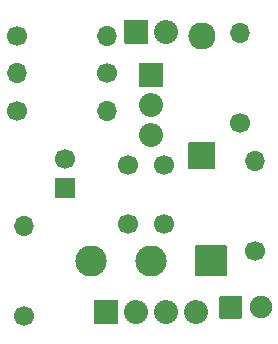
<source format=gts>
G04 #@! TF.GenerationSoftware,KiCad,Pcbnew,(5.99.0-1165-gc29c3d9cc)*
G04 #@! TF.CreationDate,2020-03-29T18:02:48+03:00*
G04 #@! TF.ProjectId,salero-1,73616c65-726f-42d3-912e-6b696361645f,rev?*
G04 #@! TF.SameCoordinates,Original*
G04 #@! TF.FileFunction,Soldermask,Top*
G04 #@! TF.FilePolarity,Negative*
%FSLAX46Y46*%
G04 Gerber Fmt 4.6, Leading zero omitted, Abs format (unit mm)*
G04 Created by KiCad (PCBNEW (5.99.0-1165-gc29c3d9cc)) date 2020-03-29 18:02:48*
%MOMM*%
%LPD*%
G01*
G04 APERTURE LIST*
%ADD10O,2.030400X2.030400*%
%ADD11O,1.700000X1.700000*%
%ADD12C,1.700000*%
%ADD13O,2.640000X2.640000*%
%ADD14C,1.900000*%
%ADD15O,2.300000X2.300000*%
G04 APERTURE END LIST*
D10*
X115570000Y-72034400D03*
G36*
G01*
X112014800Y-72999600D02*
X112014800Y-71069200D01*
G75*
G02*
X112064800Y-71019200I50000J0D01*
G01*
X113995200Y-71019200D01*
G75*
G02*
X114045200Y-71069200I0J-50000D01*
G01*
X114045200Y-72999600D01*
G75*
G02*
X113995200Y-73049600I-50000J0D01*
G01*
X112064800Y-73049600D01*
G75*
G02*
X112014800Y-72999600I0J50000D01*
G01*
G37*
D11*
X110540800Y-78714600D03*
D12*
X102920800Y-78714600D03*
D13*
X109220000Y-91440000D03*
X114300000Y-91440000D03*
G36*
G01*
X120700000Y-90170000D02*
X120700000Y-92710000D01*
G75*
G02*
X120650000Y-92760000I-50000J0D01*
G01*
X118110000Y-92760000D01*
G75*
G02*
X118060000Y-92710000I0J50000D01*
G01*
X118060000Y-90170000D01*
G75*
G02*
X118110000Y-90120000I50000J0D01*
G01*
X120650000Y-90120000D01*
G75*
G02*
X120700000Y-90170000I0J-50000D01*
G01*
G37*
D11*
X123139200Y-83007200D03*
D12*
X123139200Y-90627200D03*
D11*
X121869200Y-72136000D03*
D12*
X121869200Y-79756000D03*
D11*
X102920800Y-75539600D03*
D12*
X110540800Y-75539600D03*
D11*
X110540800Y-72364600D03*
D12*
X102920800Y-72364600D03*
D11*
X103581200Y-88493600D03*
D12*
X103581200Y-96113600D03*
D10*
X114300000Y-80772000D03*
X114300000Y-78232000D03*
G36*
G01*
X115265200Y-76707200D02*
X113334800Y-76707200D01*
G75*
G02*
X113284800Y-76657200I0J50000D01*
G01*
X113284800Y-74726800D01*
G75*
G02*
X113334800Y-74676800I50000J0D01*
G01*
X115265200Y-74676800D01*
G75*
G02*
X115315200Y-74726800I0J-50000D01*
G01*
X115315200Y-76657200D01*
G75*
G02*
X115265200Y-76707200I-50000J0D01*
G01*
G37*
X118110000Y-95758000D03*
X115570000Y-95758000D03*
X113030000Y-95758000D03*
G36*
G01*
X109474800Y-96723200D02*
X109474800Y-94792800D01*
G75*
G02*
X109524800Y-94742800I50000J0D01*
G01*
X111455200Y-94742800D01*
G75*
G02*
X111505200Y-94792800I0J-50000D01*
G01*
X111505200Y-96723200D01*
G75*
G02*
X111455200Y-96773200I-50000J0D01*
G01*
X109524800Y-96773200D01*
G75*
G02*
X109474800Y-96723200I0J50000D01*
G01*
G37*
D14*
X123571000Y-95377000D03*
G36*
G01*
X120081000Y-96277000D02*
X120081000Y-94477000D01*
G75*
G02*
X120131000Y-94427000I50000J0D01*
G01*
X121931000Y-94427000D01*
G75*
G02*
X121981000Y-94477000I0J-50000D01*
G01*
X121981000Y-96277000D01*
G75*
G02*
X121931000Y-96327000I-50000J0D01*
G01*
X120131000Y-96327000D01*
G75*
G02*
X120081000Y-96277000I0J50000D01*
G01*
G37*
D15*
X118592600Y-72390000D03*
G36*
G01*
X119692600Y-83700000D02*
X117492600Y-83700000D01*
G75*
G02*
X117442600Y-83650000I0J50000D01*
G01*
X117442600Y-81450000D01*
G75*
G02*
X117492600Y-81400000I50000J0D01*
G01*
X119692600Y-81400000D01*
G75*
G02*
X119742600Y-81450000I0J-50000D01*
G01*
X119742600Y-83650000D01*
G75*
G02*
X119692600Y-83700000I-50000J0D01*
G01*
G37*
D12*
X112344200Y-88337400D03*
X112344200Y-83337400D03*
X107035600Y-82793200D03*
G36*
G01*
X107835600Y-86143200D02*
X106235600Y-86143200D01*
G75*
G02*
X106185600Y-86093200I0J50000D01*
G01*
X106185600Y-84493200D01*
G75*
G02*
X106235600Y-84443200I50000J0D01*
G01*
X107835600Y-84443200D01*
G75*
G02*
X107885600Y-84493200I0J-50000D01*
G01*
X107885600Y-86093200D01*
G75*
G02*
X107835600Y-86143200I-50000J0D01*
G01*
G37*
X115417600Y-83341200D03*
X115417600Y-88341200D03*
M02*

</source>
